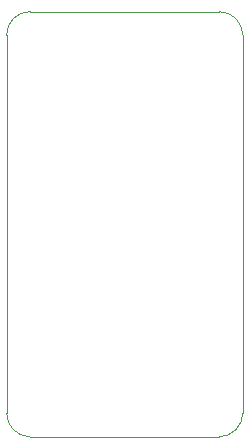
<source format=gbr>
%TF.GenerationSoftware,KiCad,Pcbnew,(7.0.0)*%
%TF.CreationDate,2024-01-15T14:21:04+01:00*%
%TF.ProjectId,LED_poi,4c45445f-706f-4692-9e6b-696361645f70,A*%
%TF.SameCoordinates,Original*%
%TF.FileFunction,Profile,NP*%
%FSLAX46Y46*%
G04 Gerber Fmt 4.6, Leading zero omitted, Abs format (unit mm)*
G04 Created by KiCad (PCBNEW (7.0.0)) date 2024-01-15 14:21:04*
%MOMM*%
%LPD*%
G01*
G04 APERTURE LIST*
%TA.AperFunction,Profile*%
%ADD10C,0.100000*%
%TD*%
G04 APERTURE END LIST*
D10*
X82000000Y-80000000D02*
X82000000Y-48000000D01*
X84000000Y-46000000D02*
G75*
G03*
X82000000Y-48000000I0J-2000000D01*
G01*
X102000000Y-48000000D02*
G75*
G03*
X100000000Y-46000000I-2000000J0D01*
G01*
X100000000Y-82000000D02*
X84000000Y-82000000D01*
X100000000Y-82000000D02*
G75*
G03*
X102000000Y-80000000I0J2000000D01*
G01*
X102000000Y-48000000D02*
X102000000Y-80000000D01*
X84000000Y-46000000D02*
X100000000Y-46000000D01*
X82000000Y-80000000D02*
G75*
G03*
X84000000Y-82000000I2000000J0D01*
G01*
M02*

</source>
